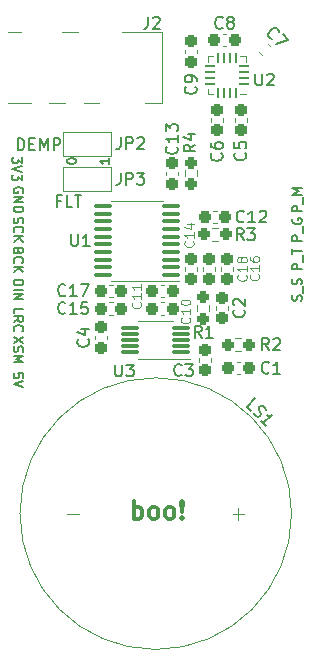
<source format=gto>
%TF.GenerationSoftware,KiCad,Pcbnew,7.0.5*%
%TF.CreationDate,2025-04-07T23:35:03+08:00*%
%TF.ProjectId,audio-test-board,61756469-6f2d-4746-9573-742d626f6172,rev?*%
%TF.SameCoordinates,Original*%
%TF.FileFunction,Legend,Top*%
%TF.FilePolarity,Positive*%
%FSLAX46Y46*%
G04 Gerber Fmt 4.6, Leading zero omitted, Abs format (unit mm)*
G04 Created by KiCad (PCBNEW 7.0.5) date 2025-04-07 23:35:03*
%MOMM*%
%LPD*%
G01*
G04 APERTURE LIST*
G04 Aperture macros list*
%AMRoundRect*
0 Rectangle with rounded corners*
0 $1 Rounding radius*
0 $2 $3 $4 $5 $6 $7 $8 $9 X,Y pos of 4 corners*
0 Add a 4 corners polygon primitive as box body*
4,1,4,$2,$3,$4,$5,$6,$7,$8,$9,$2,$3,0*
0 Add four circle primitives for the rounded corners*
1,1,$1+$1,$2,$3*
1,1,$1+$1,$4,$5*
1,1,$1+$1,$6,$7*
1,1,$1+$1,$8,$9*
0 Add four rect primitives between the rounded corners*
20,1,$1+$1,$2,$3,$4,$5,0*
20,1,$1+$1,$4,$5,$6,$7,0*
20,1,$1+$1,$6,$7,$8,$9,0*
20,1,$1+$1,$8,$9,$2,$3,0*%
G04 Aperture macros list end*
%ADD10C,0.300000*%
%ADD11C,0.150000*%
%ADD12C,0.125000*%
%ADD13C,0.120000*%
%ADD14RoundRect,0.237500X-0.237500X0.300000X-0.237500X-0.300000X0.237500X-0.300000X0.237500X0.300000X0*%
%ADD15R,1.000000X1.500000*%
%ADD16RoundRect,0.237500X0.237500X-0.300000X0.237500X0.300000X-0.237500X0.300000X-0.237500X-0.300000X0*%
%ADD17RoundRect,0.237500X-0.250000X-0.237500X0.250000X-0.237500X0.250000X0.237500X-0.250000X0.237500X0*%
%ADD18RoundRect,0.237500X-0.300000X-0.237500X0.300000X-0.237500X0.300000X0.237500X-0.300000X0.237500X0*%
%ADD19RoundRect,0.237500X0.250000X0.237500X-0.250000X0.237500X-0.250000X-0.237500X0.250000X-0.237500X0*%
%ADD20R,1.200000X2.300000*%
%ADD21RoundRect,0.237500X0.300000X0.237500X-0.300000X0.237500X-0.300000X-0.237500X0.300000X-0.237500X0*%
%ADD22RoundRect,0.237500X-0.237500X0.250000X-0.237500X-0.250000X0.237500X-0.250000X0.237500X0.250000X0*%
%ADD23RoundRect,0.237500X-0.380070X0.044194X0.044194X-0.380070X0.380070X-0.044194X-0.044194X0.380070X0*%
%ADD24RoundRect,0.062500X0.350000X0.062500X-0.350000X0.062500X-0.350000X-0.062500X0.350000X-0.062500X0*%
%ADD25RoundRect,0.062500X0.062500X0.350000X-0.062500X0.350000X-0.062500X-0.350000X0.062500X-0.350000X0*%
%ADD26R,1.680000X1.680000*%
%ADD27RoundRect,0.100000X0.637500X0.100000X-0.637500X0.100000X-0.637500X-0.100000X0.637500X-0.100000X0*%
%ADD28C,2.000000*%
%ADD29RoundRect,0.075000X0.650000X0.075000X-0.650000X0.075000X-0.650000X-0.075000X0.650000X-0.075000X0*%
%ADD30R,1.570000X1.880000*%
%ADD31R,1.700000X1.700000*%
%ADD32O,1.700000X1.700000*%
G04 APERTURE END LIST*
D10*
X169586310Y-139645428D02*
X169586310Y-138145428D01*
X169586310Y-138716857D02*
X169729168Y-138645428D01*
X169729168Y-138645428D02*
X170014882Y-138645428D01*
X170014882Y-138645428D02*
X170157739Y-138716857D01*
X170157739Y-138716857D02*
X170229168Y-138788285D01*
X170229168Y-138788285D02*
X170300596Y-138931142D01*
X170300596Y-138931142D02*
X170300596Y-139359714D01*
X170300596Y-139359714D02*
X170229168Y-139502571D01*
X170229168Y-139502571D02*
X170157739Y-139574000D01*
X170157739Y-139574000D02*
X170014882Y-139645428D01*
X170014882Y-139645428D02*
X169729168Y-139645428D01*
X169729168Y-139645428D02*
X169586310Y-139574000D01*
X171157739Y-139645428D02*
X171014882Y-139574000D01*
X171014882Y-139574000D02*
X170943453Y-139502571D01*
X170943453Y-139502571D02*
X170872025Y-139359714D01*
X170872025Y-139359714D02*
X170872025Y-138931142D01*
X170872025Y-138931142D02*
X170943453Y-138788285D01*
X170943453Y-138788285D02*
X171014882Y-138716857D01*
X171014882Y-138716857D02*
X171157739Y-138645428D01*
X171157739Y-138645428D02*
X171372025Y-138645428D01*
X171372025Y-138645428D02*
X171514882Y-138716857D01*
X171514882Y-138716857D02*
X171586311Y-138788285D01*
X171586311Y-138788285D02*
X171657739Y-138931142D01*
X171657739Y-138931142D02*
X171657739Y-139359714D01*
X171657739Y-139359714D02*
X171586311Y-139502571D01*
X171586311Y-139502571D02*
X171514882Y-139574000D01*
X171514882Y-139574000D02*
X171372025Y-139645428D01*
X171372025Y-139645428D02*
X171157739Y-139645428D01*
X172514882Y-139645428D02*
X172372025Y-139574000D01*
X172372025Y-139574000D02*
X172300596Y-139502571D01*
X172300596Y-139502571D02*
X172229168Y-139359714D01*
X172229168Y-139359714D02*
X172229168Y-138931142D01*
X172229168Y-138931142D02*
X172300596Y-138788285D01*
X172300596Y-138788285D02*
X172372025Y-138716857D01*
X172372025Y-138716857D02*
X172514882Y-138645428D01*
X172514882Y-138645428D02*
X172729168Y-138645428D01*
X172729168Y-138645428D02*
X172872025Y-138716857D01*
X172872025Y-138716857D02*
X172943454Y-138788285D01*
X172943454Y-138788285D02*
X173014882Y-138931142D01*
X173014882Y-138931142D02*
X173014882Y-139359714D01*
X173014882Y-139359714D02*
X172943454Y-139502571D01*
X172943454Y-139502571D02*
X172872025Y-139574000D01*
X172872025Y-139574000D02*
X172729168Y-139645428D01*
X172729168Y-139645428D02*
X172514882Y-139645428D01*
X173657739Y-139502571D02*
X173729168Y-139574000D01*
X173729168Y-139574000D02*
X173657739Y-139645428D01*
X173657739Y-139645428D02*
X173586311Y-139574000D01*
X173586311Y-139574000D02*
X173657739Y-139502571D01*
X173657739Y-139502571D02*
X173657739Y-139645428D01*
X173657739Y-139074000D02*
X173586311Y-138216857D01*
X173586311Y-138216857D02*
X173657739Y-138145428D01*
X173657739Y-138145428D02*
X173729168Y-138216857D01*
X173729168Y-138216857D02*
X173657739Y-139074000D01*
X173657739Y-139074000D02*
X173657739Y-138145428D01*
D11*
X163376912Y-112731609D02*
X163043579Y-112731609D01*
X163043579Y-113255419D02*
X163043579Y-112255419D01*
X163043579Y-112255419D02*
X163519769Y-112255419D01*
X164376912Y-113255419D02*
X163900722Y-113255419D01*
X163900722Y-113255419D02*
X163900722Y-112255419D01*
X164567389Y-112255419D02*
X165138817Y-112255419D01*
X164853103Y-113255419D02*
X164853103Y-112255419D01*
X159741579Y-108429419D02*
X159741579Y-107429419D01*
X159741579Y-107429419D02*
X159979674Y-107429419D01*
X159979674Y-107429419D02*
X160122531Y-107477038D01*
X160122531Y-107477038D02*
X160217769Y-107572276D01*
X160217769Y-107572276D02*
X160265388Y-107667514D01*
X160265388Y-107667514D02*
X160313007Y-107857990D01*
X160313007Y-107857990D02*
X160313007Y-108000847D01*
X160313007Y-108000847D02*
X160265388Y-108191323D01*
X160265388Y-108191323D02*
X160217769Y-108286561D01*
X160217769Y-108286561D02*
X160122531Y-108381800D01*
X160122531Y-108381800D02*
X159979674Y-108429419D01*
X159979674Y-108429419D02*
X159741579Y-108429419D01*
X160741579Y-107905609D02*
X161074912Y-107905609D01*
X161217769Y-108429419D02*
X160741579Y-108429419D01*
X160741579Y-108429419D02*
X160741579Y-107429419D01*
X160741579Y-107429419D02*
X161217769Y-107429419D01*
X161646341Y-108429419D02*
X161646341Y-107429419D01*
X161646341Y-107429419D02*
X161979674Y-108143704D01*
X161979674Y-108143704D02*
X162313007Y-107429419D01*
X162313007Y-107429419D02*
X162313007Y-108429419D01*
X162789198Y-108429419D02*
X162789198Y-107429419D01*
X162789198Y-107429419D02*
X163170150Y-107429419D01*
X163170150Y-107429419D02*
X163265388Y-107477038D01*
X163265388Y-107477038D02*
X163313007Y-107524657D01*
X163313007Y-107524657D02*
X163360626Y-107619895D01*
X163360626Y-107619895D02*
X163360626Y-107762752D01*
X163360626Y-107762752D02*
X163313007Y-107857990D01*
X163313007Y-107857990D02*
X163265388Y-107905609D01*
X163265388Y-107905609D02*
X163170150Y-107953228D01*
X163170150Y-107953228D02*
X162789198Y-107953228D01*
X159392504Y-122231219D02*
X159392504Y-121850267D01*
X159392504Y-121850267D02*
X160192504Y-121850267D01*
X159392504Y-122955029D02*
X159773457Y-122688362D01*
X159392504Y-122497886D02*
X160192504Y-122497886D01*
X160192504Y-122497886D02*
X160192504Y-122802648D01*
X160192504Y-122802648D02*
X160154409Y-122878838D01*
X160154409Y-122878838D02*
X160116314Y-122916933D01*
X160116314Y-122916933D02*
X160040123Y-122955029D01*
X160040123Y-122955029D02*
X159925838Y-122955029D01*
X159925838Y-122955029D02*
X159849647Y-122916933D01*
X159849647Y-122916933D02*
X159811552Y-122878838D01*
X159811552Y-122878838D02*
X159773457Y-122802648D01*
X159773457Y-122802648D02*
X159773457Y-122497886D01*
X159468695Y-123755029D02*
X159430600Y-123716933D01*
X159430600Y-123716933D02*
X159392504Y-123602648D01*
X159392504Y-123602648D02*
X159392504Y-123526457D01*
X159392504Y-123526457D02*
X159430600Y-123412171D01*
X159430600Y-123412171D02*
X159506790Y-123335981D01*
X159506790Y-123335981D02*
X159582980Y-123297886D01*
X159582980Y-123297886D02*
X159735361Y-123259790D01*
X159735361Y-123259790D02*
X159849647Y-123259790D01*
X159849647Y-123259790D02*
X160002028Y-123297886D01*
X160002028Y-123297886D02*
X160078219Y-123335981D01*
X160078219Y-123335981D02*
X160154409Y-123412171D01*
X160154409Y-123412171D02*
X160192504Y-123526457D01*
X160192504Y-123526457D02*
X160192504Y-123602648D01*
X160192504Y-123602648D02*
X160154409Y-123716933D01*
X160154409Y-123716933D02*
X160116314Y-123755029D01*
X183801095Y-116077885D02*
X183001095Y-116077885D01*
X183001095Y-116077885D02*
X183001095Y-115773123D01*
X183001095Y-115773123D02*
X183039190Y-115696933D01*
X183039190Y-115696933D02*
X183077285Y-115658838D01*
X183077285Y-115658838D02*
X183153476Y-115620742D01*
X183153476Y-115620742D02*
X183267761Y-115620742D01*
X183267761Y-115620742D02*
X183343952Y-115658838D01*
X183343952Y-115658838D02*
X183382047Y-115696933D01*
X183382047Y-115696933D02*
X183420142Y-115773123D01*
X183420142Y-115773123D02*
X183420142Y-116077885D01*
X183877285Y-115468362D02*
X183877285Y-114858838D01*
X183039190Y-114249314D02*
X183001095Y-114325504D01*
X183001095Y-114325504D02*
X183001095Y-114439790D01*
X183001095Y-114439790D02*
X183039190Y-114554076D01*
X183039190Y-114554076D02*
X183115380Y-114630266D01*
X183115380Y-114630266D02*
X183191571Y-114668361D01*
X183191571Y-114668361D02*
X183343952Y-114706457D01*
X183343952Y-114706457D02*
X183458238Y-114706457D01*
X183458238Y-114706457D02*
X183610619Y-114668361D01*
X183610619Y-114668361D02*
X183686809Y-114630266D01*
X183686809Y-114630266D02*
X183763000Y-114554076D01*
X183763000Y-114554076D02*
X183801095Y-114439790D01*
X183801095Y-114439790D02*
X183801095Y-114363599D01*
X183801095Y-114363599D02*
X183763000Y-114249314D01*
X183763000Y-114249314D02*
X183724904Y-114211218D01*
X183724904Y-114211218D02*
X183458238Y-114211218D01*
X183458238Y-114211218D02*
X183458238Y-114363599D01*
X159430600Y-114135028D02*
X159392504Y-114249314D01*
X159392504Y-114249314D02*
X159392504Y-114439790D01*
X159392504Y-114439790D02*
X159430600Y-114515981D01*
X159430600Y-114515981D02*
X159468695Y-114554076D01*
X159468695Y-114554076D02*
X159544885Y-114592171D01*
X159544885Y-114592171D02*
X159621076Y-114592171D01*
X159621076Y-114592171D02*
X159697266Y-114554076D01*
X159697266Y-114554076D02*
X159735361Y-114515981D01*
X159735361Y-114515981D02*
X159773457Y-114439790D01*
X159773457Y-114439790D02*
X159811552Y-114287409D01*
X159811552Y-114287409D02*
X159849647Y-114211219D01*
X159849647Y-114211219D02*
X159887742Y-114173124D01*
X159887742Y-114173124D02*
X159963933Y-114135028D01*
X159963933Y-114135028D02*
X160040123Y-114135028D01*
X160040123Y-114135028D02*
X160116314Y-114173124D01*
X160116314Y-114173124D02*
X160154409Y-114211219D01*
X160154409Y-114211219D02*
X160192504Y-114287409D01*
X160192504Y-114287409D02*
X160192504Y-114477886D01*
X160192504Y-114477886D02*
X160154409Y-114592171D01*
X159468695Y-115392172D02*
X159430600Y-115354076D01*
X159430600Y-115354076D02*
X159392504Y-115239791D01*
X159392504Y-115239791D02*
X159392504Y-115163600D01*
X159392504Y-115163600D02*
X159430600Y-115049314D01*
X159430600Y-115049314D02*
X159506790Y-114973124D01*
X159506790Y-114973124D02*
X159582980Y-114935029D01*
X159582980Y-114935029D02*
X159735361Y-114896933D01*
X159735361Y-114896933D02*
X159849647Y-114896933D01*
X159849647Y-114896933D02*
X160002028Y-114935029D01*
X160002028Y-114935029D02*
X160078219Y-114973124D01*
X160078219Y-114973124D02*
X160154409Y-115049314D01*
X160154409Y-115049314D02*
X160192504Y-115163600D01*
X160192504Y-115163600D02*
X160192504Y-115239791D01*
X160192504Y-115239791D02*
X160154409Y-115354076D01*
X160154409Y-115354076D02*
X160116314Y-115392172D01*
X159392504Y-115735029D02*
X160192504Y-115735029D01*
X159392504Y-116192172D02*
X159849647Y-115849314D01*
X160192504Y-116192172D02*
X159735361Y-115735029D01*
X183801095Y-113595028D02*
X183001095Y-113595028D01*
X183001095Y-113595028D02*
X183001095Y-113290266D01*
X183001095Y-113290266D02*
X183039190Y-113214076D01*
X183039190Y-113214076D02*
X183077285Y-113175981D01*
X183077285Y-113175981D02*
X183153476Y-113137885D01*
X183153476Y-113137885D02*
X183267761Y-113137885D01*
X183267761Y-113137885D02*
X183343952Y-113175981D01*
X183343952Y-113175981D02*
X183382047Y-113214076D01*
X183382047Y-113214076D02*
X183420142Y-113290266D01*
X183420142Y-113290266D02*
X183420142Y-113595028D01*
X183877285Y-112985505D02*
X183877285Y-112375981D01*
X183801095Y-112185504D02*
X183001095Y-112185504D01*
X183001095Y-112185504D02*
X183572523Y-111918838D01*
X183572523Y-111918838D02*
X183001095Y-111652171D01*
X183001095Y-111652171D02*
X183801095Y-111652171D01*
X160192504Y-127711219D02*
X160192504Y-127330267D01*
X160192504Y-127330267D02*
X159811552Y-127292171D01*
X159811552Y-127292171D02*
X159849647Y-127330267D01*
X159849647Y-127330267D02*
X159887742Y-127406457D01*
X159887742Y-127406457D02*
X159887742Y-127596933D01*
X159887742Y-127596933D02*
X159849647Y-127673124D01*
X159849647Y-127673124D02*
X159811552Y-127711219D01*
X159811552Y-127711219D02*
X159735361Y-127749314D01*
X159735361Y-127749314D02*
X159544885Y-127749314D01*
X159544885Y-127749314D02*
X159468695Y-127711219D01*
X159468695Y-127711219D02*
X159430600Y-127673124D01*
X159430600Y-127673124D02*
X159392504Y-127596933D01*
X159392504Y-127596933D02*
X159392504Y-127406457D01*
X159392504Y-127406457D02*
X159430600Y-127330267D01*
X159430600Y-127330267D02*
X159468695Y-127292171D01*
X160192504Y-127977886D02*
X159392504Y-128244553D01*
X159392504Y-128244553D02*
X160192504Y-128511219D01*
X183763000Y-121157886D02*
X183801095Y-121043600D01*
X183801095Y-121043600D02*
X183801095Y-120853124D01*
X183801095Y-120853124D02*
X183763000Y-120776933D01*
X183763000Y-120776933D02*
X183724904Y-120738838D01*
X183724904Y-120738838D02*
X183648714Y-120700743D01*
X183648714Y-120700743D02*
X183572523Y-120700743D01*
X183572523Y-120700743D02*
X183496333Y-120738838D01*
X183496333Y-120738838D02*
X183458238Y-120776933D01*
X183458238Y-120776933D02*
X183420142Y-120853124D01*
X183420142Y-120853124D02*
X183382047Y-121005505D01*
X183382047Y-121005505D02*
X183343952Y-121081695D01*
X183343952Y-121081695D02*
X183305857Y-121119790D01*
X183305857Y-121119790D02*
X183229666Y-121157886D01*
X183229666Y-121157886D02*
X183153476Y-121157886D01*
X183153476Y-121157886D02*
X183077285Y-121119790D01*
X183077285Y-121119790D02*
X183039190Y-121081695D01*
X183039190Y-121081695D02*
X183001095Y-121005505D01*
X183001095Y-121005505D02*
X183001095Y-120815028D01*
X183001095Y-120815028D02*
X183039190Y-120700743D01*
X183877285Y-120548362D02*
X183877285Y-119938838D01*
X183763000Y-119786457D02*
X183801095Y-119672171D01*
X183801095Y-119672171D02*
X183801095Y-119481695D01*
X183801095Y-119481695D02*
X183763000Y-119405504D01*
X183763000Y-119405504D02*
X183724904Y-119367409D01*
X183724904Y-119367409D02*
X183648714Y-119329314D01*
X183648714Y-119329314D02*
X183572523Y-119329314D01*
X183572523Y-119329314D02*
X183496333Y-119367409D01*
X183496333Y-119367409D02*
X183458238Y-119405504D01*
X183458238Y-119405504D02*
X183420142Y-119481695D01*
X183420142Y-119481695D02*
X183382047Y-119634076D01*
X183382047Y-119634076D02*
X183343952Y-119710266D01*
X183343952Y-119710266D02*
X183305857Y-119748361D01*
X183305857Y-119748361D02*
X183229666Y-119786457D01*
X183229666Y-119786457D02*
X183153476Y-119786457D01*
X183153476Y-119786457D02*
X183077285Y-119748361D01*
X183077285Y-119748361D02*
X183039190Y-119710266D01*
X183039190Y-119710266D02*
X183001095Y-119634076D01*
X183001095Y-119634076D02*
X183001095Y-119443599D01*
X183001095Y-119443599D02*
X183039190Y-119329314D01*
X163899095Y-109371694D02*
X163899095Y-109295504D01*
X163899095Y-109295504D02*
X163937190Y-109219313D01*
X163937190Y-109219313D02*
X163975285Y-109181218D01*
X163975285Y-109181218D02*
X164051476Y-109143123D01*
X164051476Y-109143123D02*
X164203857Y-109105028D01*
X164203857Y-109105028D02*
X164394333Y-109105028D01*
X164394333Y-109105028D02*
X164546714Y-109143123D01*
X164546714Y-109143123D02*
X164622904Y-109181218D01*
X164622904Y-109181218D02*
X164661000Y-109219313D01*
X164661000Y-109219313D02*
X164699095Y-109295504D01*
X164699095Y-109295504D02*
X164699095Y-109371694D01*
X164699095Y-109371694D02*
X164661000Y-109447885D01*
X164661000Y-109447885D02*
X164622904Y-109485980D01*
X164622904Y-109485980D02*
X164546714Y-109524075D01*
X164546714Y-109524075D02*
X164394333Y-109562171D01*
X164394333Y-109562171D02*
X164203857Y-109562171D01*
X164203857Y-109562171D02*
X164051476Y-109524075D01*
X164051476Y-109524075D02*
X163975285Y-109485980D01*
X163975285Y-109485980D02*
X163937190Y-109447885D01*
X163937190Y-109447885D02*
X163899095Y-109371694D01*
X159811552Y-116960742D02*
X159773457Y-117075028D01*
X159773457Y-117075028D02*
X159735361Y-117113123D01*
X159735361Y-117113123D02*
X159659171Y-117151219D01*
X159659171Y-117151219D02*
X159544885Y-117151219D01*
X159544885Y-117151219D02*
X159468695Y-117113123D01*
X159468695Y-117113123D02*
X159430600Y-117075028D01*
X159430600Y-117075028D02*
X159392504Y-116998838D01*
X159392504Y-116998838D02*
X159392504Y-116694076D01*
X159392504Y-116694076D02*
X160192504Y-116694076D01*
X160192504Y-116694076D02*
X160192504Y-116960742D01*
X160192504Y-116960742D02*
X160154409Y-117036933D01*
X160154409Y-117036933D02*
X160116314Y-117075028D01*
X160116314Y-117075028D02*
X160040123Y-117113123D01*
X160040123Y-117113123D02*
X159963933Y-117113123D01*
X159963933Y-117113123D02*
X159887742Y-117075028D01*
X159887742Y-117075028D02*
X159849647Y-117036933D01*
X159849647Y-117036933D02*
X159811552Y-116960742D01*
X159811552Y-116960742D02*
X159811552Y-116694076D01*
X159468695Y-117951219D02*
X159430600Y-117913123D01*
X159430600Y-117913123D02*
X159392504Y-117798838D01*
X159392504Y-117798838D02*
X159392504Y-117722647D01*
X159392504Y-117722647D02*
X159430600Y-117608361D01*
X159430600Y-117608361D02*
X159506790Y-117532171D01*
X159506790Y-117532171D02*
X159582980Y-117494076D01*
X159582980Y-117494076D02*
X159735361Y-117455980D01*
X159735361Y-117455980D02*
X159849647Y-117455980D01*
X159849647Y-117455980D02*
X160002028Y-117494076D01*
X160002028Y-117494076D02*
X160078219Y-117532171D01*
X160078219Y-117532171D02*
X160154409Y-117608361D01*
X160154409Y-117608361D02*
X160192504Y-117722647D01*
X160192504Y-117722647D02*
X160192504Y-117798838D01*
X160192504Y-117798838D02*
X160154409Y-117913123D01*
X160154409Y-117913123D02*
X160116314Y-117951219D01*
X159392504Y-118294076D02*
X160192504Y-118294076D01*
X159392504Y-118751219D02*
X159849647Y-118408361D01*
X160192504Y-118751219D02*
X159735361Y-118294076D01*
X160192504Y-124218837D02*
X159392504Y-124752171D01*
X160192504Y-124752171D02*
X159392504Y-124218837D01*
X159430600Y-125018837D02*
X159392504Y-125133123D01*
X159392504Y-125133123D02*
X159392504Y-125323599D01*
X159392504Y-125323599D02*
X159430600Y-125399790D01*
X159430600Y-125399790D02*
X159468695Y-125437885D01*
X159468695Y-125437885D02*
X159544885Y-125475980D01*
X159544885Y-125475980D02*
X159621076Y-125475980D01*
X159621076Y-125475980D02*
X159697266Y-125437885D01*
X159697266Y-125437885D02*
X159735361Y-125399790D01*
X159735361Y-125399790D02*
X159773457Y-125323599D01*
X159773457Y-125323599D02*
X159811552Y-125171218D01*
X159811552Y-125171218D02*
X159849647Y-125095028D01*
X159849647Y-125095028D02*
X159887742Y-125056933D01*
X159887742Y-125056933D02*
X159963933Y-125018837D01*
X159963933Y-125018837D02*
X160040123Y-125018837D01*
X160040123Y-125018837D02*
X160116314Y-125056933D01*
X160116314Y-125056933D02*
X160154409Y-125095028D01*
X160154409Y-125095028D02*
X160192504Y-125171218D01*
X160192504Y-125171218D02*
X160192504Y-125361695D01*
X160192504Y-125361695D02*
X160154409Y-125475980D01*
X159392504Y-125818838D02*
X160192504Y-125818838D01*
X160192504Y-125818838D02*
X159621076Y-126085504D01*
X159621076Y-126085504D02*
X160192504Y-126352171D01*
X160192504Y-126352171D02*
X159392504Y-126352171D01*
X160092504Y-109043123D02*
X160092504Y-109538361D01*
X160092504Y-109538361D02*
X159787742Y-109271695D01*
X159787742Y-109271695D02*
X159787742Y-109385980D01*
X159787742Y-109385980D02*
X159749647Y-109462171D01*
X159749647Y-109462171D02*
X159711552Y-109500266D01*
X159711552Y-109500266D02*
X159635361Y-109538361D01*
X159635361Y-109538361D02*
X159444885Y-109538361D01*
X159444885Y-109538361D02*
X159368695Y-109500266D01*
X159368695Y-109500266D02*
X159330600Y-109462171D01*
X159330600Y-109462171D02*
X159292504Y-109385980D01*
X159292504Y-109385980D02*
X159292504Y-109157409D01*
X159292504Y-109157409D02*
X159330600Y-109081218D01*
X159330600Y-109081218D02*
X159368695Y-109043123D01*
X160092504Y-109766933D02*
X159292504Y-110033600D01*
X159292504Y-110033600D02*
X160092504Y-110300266D01*
X160092504Y-110490742D02*
X160092504Y-110985980D01*
X160092504Y-110985980D02*
X159787742Y-110719314D01*
X159787742Y-110719314D02*
X159787742Y-110833599D01*
X159787742Y-110833599D02*
X159749647Y-110909790D01*
X159749647Y-110909790D02*
X159711552Y-110947885D01*
X159711552Y-110947885D02*
X159635361Y-110985980D01*
X159635361Y-110985980D02*
X159444885Y-110985980D01*
X159444885Y-110985980D02*
X159368695Y-110947885D01*
X159368695Y-110947885D02*
X159330600Y-110909790D01*
X159330600Y-110909790D02*
X159292504Y-110833599D01*
X159292504Y-110833599D02*
X159292504Y-110605028D01*
X159292504Y-110605028D02*
X159330600Y-110528837D01*
X159330600Y-110528837D02*
X159368695Y-110490742D01*
X160154409Y-112014076D02*
X160192504Y-111937886D01*
X160192504Y-111937886D02*
X160192504Y-111823600D01*
X160192504Y-111823600D02*
X160154409Y-111709314D01*
X160154409Y-111709314D02*
X160078219Y-111633124D01*
X160078219Y-111633124D02*
X160002028Y-111595029D01*
X160002028Y-111595029D02*
X159849647Y-111556933D01*
X159849647Y-111556933D02*
X159735361Y-111556933D01*
X159735361Y-111556933D02*
X159582980Y-111595029D01*
X159582980Y-111595029D02*
X159506790Y-111633124D01*
X159506790Y-111633124D02*
X159430600Y-111709314D01*
X159430600Y-111709314D02*
X159392504Y-111823600D01*
X159392504Y-111823600D02*
X159392504Y-111899791D01*
X159392504Y-111899791D02*
X159430600Y-112014076D01*
X159430600Y-112014076D02*
X159468695Y-112052172D01*
X159468695Y-112052172D02*
X159735361Y-112052172D01*
X159735361Y-112052172D02*
X159735361Y-111899791D01*
X159392504Y-112395029D02*
X160192504Y-112395029D01*
X160192504Y-112395029D02*
X159392504Y-112852172D01*
X159392504Y-112852172D02*
X160192504Y-112852172D01*
X159392504Y-113233124D02*
X160192504Y-113233124D01*
X160192504Y-113233124D02*
X160192504Y-113423600D01*
X160192504Y-113423600D02*
X160154409Y-113537886D01*
X160154409Y-113537886D02*
X160078219Y-113614076D01*
X160078219Y-113614076D02*
X160002028Y-113652171D01*
X160002028Y-113652171D02*
X159849647Y-113690267D01*
X159849647Y-113690267D02*
X159735361Y-113690267D01*
X159735361Y-113690267D02*
X159582980Y-113652171D01*
X159582980Y-113652171D02*
X159506790Y-113614076D01*
X159506790Y-113614076D02*
X159430600Y-113537886D01*
X159430600Y-113537886D02*
X159392504Y-113423600D01*
X159392504Y-113423600D02*
X159392504Y-113233124D01*
X159392504Y-119424553D02*
X160192504Y-119424553D01*
X160192504Y-119424553D02*
X160192504Y-119615029D01*
X160192504Y-119615029D02*
X160154409Y-119729315D01*
X160154409Y-119729315D02*
X160078219Y-119805505D01*
X160078219Y-119805505D02*
X160002028Y-119843600D01*
X160002028Y-119843600D02*
X159849647Y-119881696D01*
X159849647Y-119881696D02*
X159735361Y-119881696D01*
X159735361Y-119881696D02*
X159582980Y-119843600D01*
X159582980Y-119843600D02*
X159506790Y-119805505D01*
X159506790Y-119805505D02*
X159430600Y-119729315D01*
X159430600Y-119729315D02*
X159392504Y-119615029D01*
X159392504Y-119615029D02*
X159392504Y-119424553D01*
X159392504Y-120224553D02*
X160192504Y-120224553D01*
X159392504Y-120605505D02*
X160192504Y-120605505D01*
X160192504Y-120605505D02*
X159392504Y-121062648D01*
X159392504Y-121062648D02*
X160192504Y-121062648D01*
X183801095Y-118522647D02*
X183001095Y-118522647D01*
X183001095Y-118522647D02*
X183001095Y-118217885D01*
X183001095Y-118217885D02*
X183039190Y-118141695D01*
X183039190Y-118141695D02*
X183077285Y-118103600D01*
X183077285Y-118103600D02*
X183153476Y-118065504D01*
X183153476Y-118065504D02*
X183267761Y-118065504D01*
X183267761Y-118065504D02*
X183343952Y-118103600D01*
X183343952Y-118103600D02*
X183382047Y-118141695D01*
X183382047Y-118141695D02*
X183420142Y-118217885D01*
X183420142Y-118217885D02*
X183420142Y-118522647D01*
X183877285Y-117913124D02*
X183877285Y-117303600D01*
X183001095Y-117227409D02*
X183001095Y-116770266D01*
X183801095Y-116998838D02*
X183001095Y-116998838D01*
%TO.C,C3*%
X173620133Y-127443180D02*
X173572514Y-127490800D01*
X173572514Y-127490800D02*
X173429657Y-127538419D01*
X173429657Y-127538419D02*
X173334419Y-127538419D01*
X173334419Y-127538419D02*
X173191562Y-127490800D01*
X173191562Y-127490800D02*
X173096324Y-127395561D01*
X173096324Y-127395561D02*
X173048705Y-127300323D01*
X173048705Y-127300323D02*
X173001086Y-127109847D01*
X173001086Y-127109847D02*
X173001086Y-126966990D01*
X173001086Y-126966990D02*
X173048705Y-126776514D01*
X173048705Y-126776514D02*
X173096324Y-126681276D01*
X173096324Y-126681276D02*
X173191562Y-126586038D01*
X173191562Y-126586038D02*
X173334419Y-126538419D01*
X173334419Y-126538419D02*
X173429657Y-126538419D01*
X173429657Y-126538419D02*
X173572514Y-126586038D01*
X173572514Y-126586038D02*
X173620133Y-126633657D01*
X173953467Y-126538419D02*
X174572514Y-126538419D01*
X174572514Y-126538419D02*
X174239181Y-126919371D01*
X174239181Y-126919371D02*
X174382038Y-126919371D01*
X174382038Y-126919371D02*
X174477276Y-126966990D01*
X174477276Y-126966990D02*
X174524895Y-127014609D01*
X174524895Y-127014609D02*
X174572514Y-127109847D01*
X174572514Y-127109847D02*
X174572514Y-127347942D01*
X174572514Y-127347942D02*
X174524895Y-127443180D01*
X174524895Y-127443180D02*
X174477276Y-127490800D01*
X174477276Y-127490800D02*
X174382038Y-127538419D01*
X174382038Y-127538419D02*
X174096324Y-127538419D01*
X174096324Y-127538419D02*
X174001086Y-127490800D01*
X174001086Y-127490800D02*
X173953467Y-127443180D01*
%TO.C,JP2*%
X168453466Y-107338419D02*
X168453466Y-108052704D01*
X168453466Y-108052704D02*
X168405847Y-108195561D01*
X168405847Y-108195561D02*
X168310609Y-108290800D01*
X168310609Y-108290800D02*
X168167752Y-108338419D01*
X168167752Y-108338419D02*
X168072514Y-108338419D01*
X168929657Y-108338419D02*
X168929657Y-107338419D01*
X168929657Y-107338419D02*
X169310609Y-107338419D01*
X169310609Y-107338419D02*
X169405847Y-107386038D01*
X169405847Y-107386038D02*
X169453466Y-107433657D01*
X169453466Y-107433657D02*
X169501085Y-107528895D01*
X169501085Y-107528895D02*
X169501085Y-107671752D01*
X169501085Y-107671752D02*
X169453466Y-107766990D01*
X169453466Y-107766990D02*
X169405847Y-107814609D01*
X169405847Y-107814609D02*
X169310609Y-107862228D01*
X169310609Y-107862228D02*
X168929657Y-107862228D01*
X169882038Y-107433657D02*
X169929657Y-107386038D01*
X169929657Y-107386038D02*
X170024895Y-107338419D01*
X170024895Y-107338419D02*
X170262990Y-107338419D01*
X170262990Y-107338419D02*
X170358228Y-107386038D01*
X170358228Y-107386038D02*
X170405847Y-107433657D01*
X170405847Y-107433657D02*
X170453466Y-107528895D01*
X170453466Y-107528895D02*
X170453466Y-107624133D01*
X170453466Y-107624133D02*
X170405847Y-107766990D01*
X170405847Y-107766990D02*
X169834419Y-108338419D01*
X169834419Y-108338419D02*
X170453466Y-108338419D01*
X167499095Y-109105028D02*
X167499095Y-109562171D01*
X167499095Y-109333599D02*
X166699095Y-109333599D01*
X166699095Y-109333599D02*
X166813380Y-109409790D01*
X166813380Y-109409790D02*
X166889571Y-109485980D01*
X166889571Y-109485980D02*
X166927666Y-109562171D01*
%TO.C,C6*%
X176996380Y-108700266D02*
X177044000Y-108747885D01*
X177044000Y-108747885D02*
X177091619Y-108890742D01*
X177091619Y-108890742D02*
X177091619Y-108985980D01*
X177091619Y-108985980D02*
X177044000Y-109128837D01*
X177044000Y-109128837D02*
X176948761Y-109224075D01*
X176948761Y-109224075D02*
X176853523Y-109271694D01*
X176853523Y-109271694D02*
X176663047Y-109319313D01*
X176663047Y-109319313D02*
X176520190Y-109319313D01*
X176520190Y-109319313D02*
X176329714Y-109271694D01*
X176329714Y-109271694D02*
X176234476Y-109224075D01*
X176234476Y-109224075D02*
X176139238Y-109128837D01*
X176139238Y-109128837D02*
X176091619Y-108985980D01*
X176091619Y-108985980D02*
X176091619Y-108890742D01*
X176091619Y-108890742D02*
X176139238Y-108747885D01*
X176139238Y-108747885D02*
X176186857Y-108700266D01*
X176091619Y-107843123D02*
X176091619Y-108033599D01*
X176091619Y-108033599D02*
X176139238Y-108128837D01*
X176139238Y-108128837D02*
X176186857Y-108176456D01*
X176186857Y-108176456D02*
X176329714Y-108271694D01*
X176329714Y-108271694D02*
X176520190Y-108319313D01*
X176520190Y-108319313D02*
X176901142Y-108319313D01*
X176901142Y-108319313D02*
X176996380Y-108271694D01*
X176996380Y-108271694D02*
X177044000Y-108224075D01*
X177044000Y-108224075D02*
X177091619Y-108128837D01*
X177091619Y-108128837D02*
X177091619Y-107938361D01*
X177091619Y-107938361D02*
X177044000Y-107843123D01*
X177044000Y-107843123D02*
X176996380Y-107795504D01*
X176996380Y-107795504D02*
X176901142Y-107747885D01*
X176901142Y-107747885D02*
X176663047Y-107747885D01*
X176663047Y-107747885D02*
X176567809Y-107795504D01*
X176567809Y-107795504D02*
X176520190Y-107843123D01*
X176520190Y-107843123D02*
X176472571Y-107938361D01*
X176472571Y-107938361D02*
X176472571Y-108128837D01*
X176472571Y-108128837D02*
X176520190Y-108224075D01*
X176520190Y-108224075D02*
X176567809Y-108271694D01*
X176567809Y-108271694D02*
X176663047Y-108319313D01*
%TO.C,R3*%
X178870133Y-116038419D02*
X178536800Y-115562228D01*
X178298705Y-116038419D02*
X178298705Y-115038419D01*
X178298705Y-115038419D02*
X178679657Y-115038419D01*
X178679657Y-115038419D02*
X178774895Y-115086038D01*
X178774895Y-115086038D02*
X178822514Y-115133657D01*
X178822514Y-115133657D02*
X178870133Y-115228895D01*
X178870133Y-115228895D02*
X178870133Y-115371752D01*
X178870133Y-115371752D02*
X178822514Y-115466990D01*
X178822514Y-115466990D02*
X178774895Y-115514609D01*
X178774895Y-115514609D02*
X178679657Y-115562228D01*
X178679657Y-115562228D02*
X178298705Y-115562228D01*
X179203467Y-115038419D02*
X179822514Y-115038419D01*
X179822514Y-115038419D02*
X179489181Y-115419371D01*
X179489181Y-115419371D02*
X179632038Y-115419371D01*
X179632038Y-115419371D02*
X179727276Y-115466990D01*
X179727276Y-115466990D02*
X179774895Y-115514609D01*
X179774895Y-115514609D02*
X179822514Y-115609847D01*
X179822514Y-115609847D02*
X179822514Y-115847942D01*
X179822514Y-115847942D02*
X179774895Y-115943180D01*
X179774895Y-115943180D02*
X179727276Y-115990800D01*
X179727276Y-115990800D02*
X179632038Y-116038419D01*
X179632038Y-116038419D02*
X179346324Y-116038419D01*
X179346324Y-116038419D02*
X179251086Y-115990800D01*
X179251086Y-115990800D02*
X179203467Y-115943180D01*
%TO.C,C17*%
X163793942Y-120693180D02*
X163746323Y-120740800D01*
X163746323Y-120740800D02*
X163603466Y-120788419D01*
X163603466Y-120788419D02*
X163508228Y-120788419D01*
X163508228Y-120788419D02*
X163365371Y-120740800D01*
X163365371Y-120740800D02*
X163270133Y-120645561D01*
X163270133Y-120645561D02*
X163222514Y-120550323D01*
X163222514Y-120550323D02*
X163174895Y-120359847D01*
X163174895Y-120359847D02*
X163174895Y-120216990D01*
X163174895Y-120216990D02*
X163222514Y-120026514D01*
X163222514Y-120026514D02*
X163270133Y-119931276D01*
X163270133Y-119931276D02*
X163365371Y-119836038D01*
X163365371Y-119836038D02*
X163508228Y-119788419D01*
X163508228Y-119788419D02*
X163603466Y-119788419D01*
X163603466Y-119788419D02*
X163746323Y-119836038D01*
X163746323Y-119836038D02*
X163793942Y-119883657D01*
X164746323Y-120788419D02*
X164174895Y-120788419D01*
X164460609Y-120788419D02*
X164460609Y-119788419D01*
X164460609Y-119788419D02*
X164365371Y-119931276D01*
X164365371Y-119931276D02*
X164270133Y-120026514D01*
X164270133Y-120026514D02*
X164174895Y-120074133D01*
X165079657Y-119788419D02*
X165746323Y-119788419D01*
X165746323Y-119788419D02*
X165317752Y-120788419D01*
%TO.C,R2*%
X181020133Y-125338419D02*
X180686800Y-124862228D01*
X180448705Y-125338419D02*
X180448705Y-124338419D01*
X180448705Y-124338419D02*
X180829657Y-124338419D01*
X180829657Y-124338419D02*
X180924895Y-124386038D01*
X180924895Y-124386038D02*
X180972514Y-124433657D01*
X180972514Y-124433657D02*
X181020133Y-124528895D01*
X181020133Y-124528895D02*
X181020133Y-124671752D01*
X181020133Y-124671752D02*
X180972514Y-124766990D01*
X180972514Y-124766990D02*
X180924895Y-124814609D01*
X180924895Y-124814609D02*
X180829657Y-124862228D01*
X180829657Y-124862228D02*
X180448705Y-124862228D01*
X181401086Y-124433657D02*
X181448705Y-124386038D01*
X181448705Y-124386038D02*
X181543943Y-124338419D01*
X181543943Y-124338419D02*
X181782038Y-124338419D01*
X181782038Y-124338419D02*
X181877276Y-124386038D01*
X181877276Y-124386038D02*
X181924895Y-124433657D01*
X181924895Y-124433657D02*
X181972514Y-124528895D01*
X181972514Y-124528895D02*
X181972514Y-124624133D01*
X181972514Y-124624133D02*
X181924895Y-124766990D01*
X181924895Y-124766990D02*
X181353467Y-125338419D01*
X181353467Y-125338419D02*
X181972514Y-125338419D01*
%TO.C,J2*%
X170781466Y-97138419D02*
X170781466Y-97852704D01*
X170781466Y-97852704D02*
X170733847Y-97995561D01*
X170733847Y-97995561D02*
X170638609Y-98090800D01*
X170638609Y-98090800D02*
X170495752Y-98138419D01*
X170495752Y-98138419D02*
X170400514Y-98138419D01*
X171210038Y-97233657D02*
X171257657Y-97186038D01*
X171257657Y-97186038D02*
X171352895Y-97138419D01*
X171352895Y-97138419D02*
X171590990Y-97138419D01*
X171590990Y-97138419D02*
X171686228Y-97186038D01*
X171686228Y-97186038D02*
X171733847Y-97233657D01*
X171733847Y-97233657D02*
X171781466Y-97328895D01*
X171781466Y-97328895D02*
X171781466Y-97424133D01*
X171781466Y-97424133D02*
X171733847Y-97566990D01*
X171733847Y-97566990D02*
X171162419Y-98138419D01*
X171162419Y-98138419D02*
X171781466Y-98138419D01*
%TO.C,C4*%
X165696380Y-124450266D02*
X165744000Y-124497885D01*
X165744000Y-124497885D02*
X165791619Y-124640742D01*
X165791619Y-124640742D02*
X165791619Y-124735980D01*
X165791619Y-124735980D02*
X165744000Y-124878837D01*
X165744000Y-124878837D02*
X165648761Y-124974075D01*
X165648761Y-124974075D02*
X165553523Y-125021694D01*
X165553523Y-125021694D02*
X165363047Y-125069313D01*
X165363047Y-125069313D02*
X165220190Y-125069313D01*
X165220190Y-125069313D02*
X165029714Y-125021694D01*
X165029714Y-125021694D02*
X164934476Y-124974075D01*
X164934476Y-124974075D02*
X164839238Y-124878837D01*
X164839238Y-124878837D02*
X164791619Y-124735980D01*
X164791619Y-124735980D02*
X164791619Y-124640742D01*
X164791619Y-124640742D02*
X164839238Y-124497885D01*
X164839238Y-124497885D02*
X164886857Y-124450266D01*
X165124952Y-123593123D02*
X165791619Y-123593123D01*
X164744000Y-123831218D02*
X165458285Y-124069313D01*
X165458285Y-124069313D02*
X165458285Y-123450266D01*
D12*
%TO.C,C18*%
X179074204Y-118997885D02*
X179112300Y-119035981D01*
X179112300Y-119035981D02*
X179150395Y-119150266D01*
X179150395Y-119150266D02*
X179150395Y-119226457D01*
X179150395Y-119226457D02*
X179112300Y-119340743D01*
X179112300Y-119340743D02*
X179036109Y-119416933D01*
X179036109Y-119416933D02*
X178959919Y-119455028D01*
X178959919Y-119455028D02*
X178807538Y-119493124D01*
X178807538Y-119493124D02*
X178693252Y-119493124D01*
X178693252Y-119493124D02*
X178540871Y-119455028D01*
X178540871Y-119455028D02*
X178464680Y-119416933D01*
X178464680Y-119416933D02*
X178388490Y-119340743D01*
X178388490Y-119340743D02*
X178350395Y-119226457D01*
X178350395Y-119226457D02*
X178350395Y-119150266D01*
X178350395Y-119150266D02*
X178388490Y-119035981D01*
X178388490Y-119035981D02*
X178426585Y-118997885D01*
X179150395Y-118235981D02*
X179150395Y-118693124D01*
X179150395Y-118464552D02*
X178350395Y-118464552D01*
X178350395Y-118464552D02*
X178464680Y-118540743D01*
X178464680Y-118540743D02*
X178540871Y-118616933D01*
X178540871Y-118616933D02*
X178578966Y-118693124D01*
X178693252Y-117778838D02*
X178655157Y-117855028D01*
X178655157Y-117855028D02*
X178617061Y-117893123D01*
X178617061Y-117893123D02*
X178540871Y-117931219D01*
X178540871Y-117931219D02*
X178502776Y-117931219D01*
X178502776Y-117931219D02*
X178426585Y-117893123D01*
X178426585Y-117893123D02*
X178388490Y-117855028D01*
X178388490Y-117855028D02*
X178350395Y-117778838D01*
X178350395Y-117778838D02*
X178350395Y-117626457D01*
X178350395Y-117626457D02*
X178388490Y-117550266D01*
X178388490Y-117550266D02*
X178426585Y-117512171D01*
X178426585Y-117512171D02*
X178502776Y-117474076D01*
X178502776Y-117474076D02*
X178540871Y-117474076D01*
X178540871Y-117474076D02*
X178617061Y-117512171D01*
X178617061Y-117512171D02*
X178655157Y-117550266D01*
X178655157Y-117550266D02*
X178693252Y-117626457D01*
X178693252Y-117626457D02*
X178693252Y-117778838D01*
X178693252Y-117778838D02*
X178731347Y-117855028D01*
X178731347Y-117855028D02*
X178769442Y-117893123D01*
X178769442Y-117893123D02*
X178845633Y-117931219D01*
X178845633Y-117931219D02*
X178998014Y-117931219D01*
X178998014Y-117931219D02*
X179074204Y-117893123D01*
X179074204Y-117893123D02*
X179112300Y-117855028D01*
X179112300Y-117855028D02*
X179150395Y-117778838D01*
X179150395Y-117778838D02*
X179150395Y-117626457D01*
X179150395Y-117626457D02*
X179112300Y-117550266D01*
X179112300Y-117550266D02*
X179074204Y-117512171D01*
X179074204Y-117512171D02*
X178998014Y-117474076D01*
X178998014Y-117474076D02*
X178845633Y-117474076D01*
X178845633Y-117474076D02*
X178769442Y-117512171D01*
X178769442Y-117512171D02*
X178731347Y-117550266D01*
X178731347Y-117550266D02*
X178693252Y-117626457D01*
D11*
%TO.C,C13*%
X173196380Y-108126457D02*
X173244000Y-108174076D01*
X173244000Y-108174076D02*
X173291619Y-108316933D01*
X173291619Y-108316933D02*
X173291619Y-108412171D01*
X173291619Y-108412171D02*
X173244000Y-108555028D01*
X173244000Y-108555028D02*
X173148761Y-108650266D01*
X173148761Y-108650266D02*
X173053523Y-108697885D01*
X173053523Y-108697885D02*
X172863047Y-108745504D01*
X172863047Y-108745504D02*
X172720190Y-108745504D01*
X172720190Y-108745504D02*
X172529714Y-108697885D01*
X172529714Y-108697885D02*
X172434476Y-108650266D01*
X172434476Y-108650266D02*
X172339238Y-108555028D01*
X172339238Y-108555028D02*
X172291619Y-108412171D01*
X172291619Y-108412171D02*
X172291619Y-108316933D01*
X172291619Y-108316933D02*
X172339238Y-108174076D01*
X172339238Y-108174076D02*
X172386857Y-108126457D01*
X173291619Y-107174076D02*
X173291619Y-107745504D01*
X173291619Y-107459790D02*
X172291619Y-107459790D01*
X172291619Y-107459790D02*
X172434476Y-107555028D01*
X172434476Y-107555028D02*
X172529714Y-107650266D01*
X172529714Y-107650266D02*
X172577333Y-107745504D01*
X172291619Y-106840742D02*
X172291619Y-106221695D01*
X172291619Y-106221695D02*
X172672571Y-106555028D01*
X172672571Y-106555028D02*
X172672571Y-106412171D01*
X172672571Y-106412171D02*
X172720190Y-106316933D01*
X172720190Y-106316933D02*
X172767809Y-106269314D01*
X172767809Y-106269314D02*
X172863047Y-106221695D01*
X172863047Y-106221695D02*
X173101142Y-106221695D01*
X173101142Y-106221695D02*
X173196380Y-106269314D01*
X173196380Y-106269314D02*
X173244000Y-106316933D01*
X173244000Y-106316933D02*
X173291619Y-106412171D01*
X173291619Y-106412171D02*
X173291619Y-106697885D01*
X173291619Y-106697885D02*
X173244000Y-106793123D01*
X173244000Y-106793123D02*
X173196380Y-106840742D01*
%TO.C,C1*%
X181020133Y-127243180D02*
X180972514Y-127290800D01*
X180972514Y-127290800D02*
X180829657Y-127338419D01*
X180829657Y-127338419D02*
X180734419Y-127338419D01*
X180734419Y-127338419D02*
X180591562Y-127290800D01*
X180591562Y-127290800D02*
X180496324Y-127195561D01*
X180496324Y-127195561D02*
X180448705Y-127100323D01*
X180448705Y-127100323D02*
X180401086Y-126909847D01*
X180401086Y-126909847D02*
X180401086Y-126766990D01*
X180401086Y-126766990D02*
X180448705Y-126576514D01*
X180448705Y-126576514D02*
X180496324Y-126481276D01*
X180496324Y-126481276D02*
X180591562Y-126386038D01*
X180591562Y-126386038D02*
X180734419Y-126338419D01*
X180734419Y-126338419D02*
X180829657Y-126338419D01*
X180829657Y-126338419D02*
X180972514Y-126386038D01*
X180972514Y-126386038D02*
X181020133Y-126433657D01*
X181972514Y-127338419D02*
X181401086Y-127338419D01*
X181686800Y-127338419D02*
X181686800Y-126338419D01*
X181686800Y-126338419D02*
X181591562Y-126481276D01*
X181591562Y-126481276D02*
X181496324Y-126576514D01*
X181496324Y-126576514D02*
X181401086Y-126624133D01*
%TO.C,R1*%
X175320133Y-124288419D02*
X174986800Y-123812228D01*
X174748705Y-124288419D02*
X174748705Y-123288419D01*
X174748705Y-123288419D02*
X175129657Y-123288419D01*
X175129657Y-123288419D02*
X175224895Y-123336038D01*
X175224895Y-123336038D02*
X175272514Y-123383657D01*
X175272514Y-123383657D02*
X175320133Y-123478895D01*
X175320133Y-123478895D02*
X175320133Y-123621752D01*
X175320133Y-123621752D02*
X175272514Y-123716990D01*
X175272514Y-123716990D02*
X175224895Y-123764609D01*
X175224895Y-123764609D02*
X175129657Y-123812228D01*
X175129657Y-123812228D02*
X174748705Y-123812228D01*
X176272514Y-124288419D02*
X175701086Y-124288419D01*
X175986800Y-124288419D02*
X175986800Y-123288419D01*
X175986800Y-123288419D02*
X175891562Y-123431276D01*
X175891562Y-123431276D02*
X175796324Y-123526514D01*
X175796324Y-123526514D02*
X175701086Y-123574133D01*
%TO.C,C15*%
X163793942Y-122193180D02*
X163746323Y-122240800D01*
X163746323Y-122240800D02*
X163603466Y-122288419D01*
X163603466Y-122288419D02*
X163508228Y-122288419D01*
X163508228Y-122288419D02*
X163365371Y-122240800D01*
X163365371Y-122240800D02*
X163270133Y-122145561D01*
X163270133Y-122145561D02*
X163222514Y-122050323D01*
X163222514Y-122050323D02*
X163174895Y-121859847D01*
X163174895Y-121859847D02*
X163174895Y-121716990D01*
X163174895Y-121716990D02*
X163222514Y-121526514D01*
X163222514Y-121526514D02*
X163270133Y-121431276D01*
X163270133Y-121431276D02*
X163365371Y-121336038D01*
X163365371Y-121336038D02*
X163508228Y-121288419D01*
X163508228Y-121288419D02*
X163603466Y-121288419D01*
X163603466Y-121288419D02*
X163746323Y-121336038D01*
X163746323Y-121336038D02*
X163793942Y-121383657D01*
X164746323Y-122288419D02*
X164174895Y-122288419D01*
X164460609Y-122288419D02*
X164460609Y-121288419D01*
X164460609Y-121288419D02*
X164365371Y-121431276D01*
X164365371Y-121431276D02*
X164270133Y-121526514D01*
X164270133Y-121526514D02*
X164174895Y-121574133D01*
X165651085Y-121288419D02*
X165174895Y-121288419D01*
X165174895Y-121288419D02*
X165127276Y-121764609D01*
X165127276Y-121764609D02*
X165174895Y-121716990D01*
X165174895Y-121716990D02*
X165270133Y-121669371D01*
X165270133Y-121669371D02*
X165508228Y-121669371D01*
X165508228Y-121669371D02*
X165603466Y-121716990D01*
X165603466Y-121716990D02*
X165651085Y-121764609D01*
X165651085Y-121764609D02*
X165698704Y-121859847D01*
X165698704Y-121859847D02*
X165698704Y-122097942D01*
X165698704Y-122097942D02*
X165651085Y-122193180D01*
X165651085Y-122193180D02*
X165603466Y-122240800D01*
X165603466Y-122240800D02*
X165508228Y-122288419D01*
X165508228Y-122288419D02*
X165270133Y-122288419D01*
X165270133Y-122288419D02*
X165174895Y-122240800D01*
X165174895Y-122240800D02*
X165127276Y-122193180D01*
D12*
%TO.C,C14*%
X174574204Y-116147885D02*
X174612300Y-116185981D01*
X174612300Y-116185981D02*
X174650395Y-116300266D01*
X174650395Y-116300266D02*
X174650395Y-116376457D01*
X174650395Y-116376457D02*
X174612300Y-116490743D01*
X174612300Y-116490743D02*
X174536109Y-116566933D01*
X174536109Y-116566933D02*
X174459919Y-116605028D01*
X174459919Y-116605028D02*
X174307538Y-116643124D01*
X174307538Y-116643124D02*
X174193252Y-116643124D01*
X174193252Y-116643124D02*
X174040871Y-116605028D01*
X174040871Y-116605028D02*
X173964680Y-116566933D01*
X173964680Y-116566933D02*
X173888490Y-116490743D01*
X173888490Y-116490743D02*
X173850395Y-116376457D01*
X173850395Y-116376457D02*
X173850395Y-116300266D01*
X173850395Y-116300266D02*
X173888490Y-116185981D01*
X173888490Y-116185981D02*
X173926585Y-116147885D01*
X174650395Y-115385981D02*
X174650395Y-115843124D01*
X174650395Y-115614552D02*
X173850395Y-115614552D01*
X173850395Y-115614552D02*
X173964680Y-115690743D01*
X173964680Y-115690743D02*
X174040871Y-115766933D01*
X174040871Y-115766933D02*
X174078966Y-115843124D01*
X174117061Y-114700266D02*
X174650395Y-114700266D01*
X173812300Y-114890742D02*
X174383728Y-115081219D01*
X174383728Y-115081219D02*
X174383728Y-114585980D01*
D11*
%TO.C,C12*%
X178893942Y-114443180D02*
X178846323Y-114490800D01*
X178846323Y-114490800D02*
X178703466Y-114538419D01*
X178703466Y-114538419D02*
X178608228Y-114538419D01*
X178608228Y-114538419D02*
X178465371Y-114490800D01*
X178465371Y-114490800D02*
X178370133Y-114395561D01*
X178370133Y-114395561D02*
X178322514Y-114300323D01*
X178322514Y-114300323D02*
X178274895Y-114109847D01*
X178274895Y-114109847D02*
X178274895Y-113966990D01*
X178274895Y-113966990D02*
X178322514Y-113776514D01*
X178322514Y-113776514D02*
X178370133Y-113681276D01*
X178370133Y-113681276D02*
X178465371Y-113586038D01*
X178465371Y-113586038D02*
X178608228Y-113538419D01*
X178608228Y-113538419D02*
X178703466Y-113538419D01*
X178703466Y-113538419D02*
X178846323Y-113586038D01*
X178846323Y-113586038D02*
X178893942Y-113633657D01*
X179846323Y-114538419D02*
X179274895Y-114538419D01*
X179560609Y-114538419D02*
X179560609Y-113538419D01*
X179560609Y-113538419D02*
X179465371Y-113681276D01*
X179465371Y-113681276D02*
X179370133Y-113776514D01*
X179370133Y-113776514D02*
X179274895Y-113824133D01*
X180227276Y-113633657D02*
X180274895Y-113586038D01*
X180274895Y-113586038D02*
X180370133Y-113538419D01*
X180370133Y-113538419D02*
X180608228Y-113538419D01*
X180608228Y-113538419D02*
X180703466Y-113586038D01*
X180703466Y-113586038D02*
X180751085Y-113633657D01*
X180751085Y-113633657D02*
X180798704Y-113728895D01*
X180798704Y-113728895D02*
X180798704Y-113824133D01*
X180798704Y-113824133D02*
X180751085Y-113966990D01*
X180751085Y-113966990D02*
X180179657Y-114538419D01*
X180179657Y-114538419D02*
X180798704Y-114538419D01*
%TO.C,C8*%
X177090133Y-98043180D02*
X177042514Y-98090800D01*
X177042514Y-98090800D02*
X176899657Y-98138419D01*
X176899657Y-98138419D02*
X176804419Y-98138419D01*
X176804419Y-98138419D02*
X176661562Y-98090800D01*
X176661562Y-98090800D02*
X176566324Y-97995561D01*
X176566324Y-97995561D02*
X176518705Y-97900323D01*
X176518705Y-97900323D02*
X176471086Y-97709847D01*
X176471086Y-97709847D02*
X176471086Y-97566990D01*
X176471086Y-97566990D02*
X176518705Y-97376514D01*
X176518705Y-97376514D02*
X176566324Y-97281276D01*
X176566324Y-97281276D02*
X176661562Y-97186038D01*
X176661562Y-97186038D02*
X176804419Y-97138419D01*
X176804419Y-97138419D02*
X176899657Y-97138419D01*
X176899657Y-97138419D02*
X177042514Y-97186038D01*
X177042514Y-97186038D02*
X177090133Y-97233657D01*
X177661562Y-97566990D02*
X177566324Y-97519371D01*
X177566324Y-97519371D02*
X177518705Y-97471752D01*
X177518705Y-97471752D02*
X177471086Y-97376514D01*
X177471086Y-97376514D02*
X177471086Y-97328895D01*
X177471086Y-97328895D02*
X177518705Y-97233657D01*
X177518705Y-97233657D02*
X177566324Y-97186038D01*
X177566324Y-97186038D02*
X177661562Y-97138419D01*
X177661562Y-97138419D02*
X177852038Y-97138419D01*
X177852038Y-97138419D02*
X177947276Y-97186038D01*
X177947276Y-97186038D02*
X177994895Y-97233657D01*
X177994895Y-97233657D02*
X178042514Y-97328895D01*
X178042514Y-97328895D02*
X178042514Y-97376514D01*
X178042514Y-97376514D02*
X177994895Y-97471752D01*
X177994895Y-97471752D02*
X177947276Y-97519371D01*
X177947276Y-97519371D02*
X177852038Y-97566990D01*
X177852038Y-97566990D02*
X177661562Y-97566990D01*
X177661562Y-97566990D02*
X177566324Y-97614609D01*
X177566324Y-97614609D02*
X177518705Y-97662228D01*
X177518705Y-97662228D02*
X177471086Y-97757466D01*
X177471086Y-97757466D02*
X177471086Y-97947942D01*
X177471086Y-97947942D02*
X177518705Y-98043180D01*
X177518705Y-98043180D02*
X177566324Y-98090800D01*
X177566324Y-98090800D02*
X177661562Y-98138419D01*
X177661562Y-98138419D02*
X177852038Y-98138419D01*
X177852038Y-98138419D02*
X177947276Y-98090800D01*
X177947276Y-98090800D02*
X177994895Y-98043180D01*
X177994895Y-98043180D02*
X178042514Y-97947942D01*
X178042514Y-97947942D02*
X178042514Y-97757466D01*
X178042514Y-97757466D02*
X177994895Y-97662228D01*
X177994895Y-97662228D02*
X177947276Y-97614609D01*
X177947276Y-97614609D02*
X177852038Y-97566990D01*
%TO.C,C7*%
X181315970Y-98998968D02*
X181248626Y-98998968D01*
X181248626Y-98998968D02*
X181113939Y-98931624D01*
X181113939Y-98931624D02*
X181046596Y-98864281D01*
X181046596Y-98864281D02*
X180979252Y-98729594D01*
X180979252Y-98729594D02*
X180979252Y-98594907D01*
X180979252Y-98594907D02*
X181012924Y-98493892D01*
X181012924Y-98493892D02*
X181113939Y-98325533D01*
X181113939Y-98325533D02*
X181214954Y-98224518D01*
X181214954Y-98224518D02*
X181383313Y-98123502D01*
X181383313Y-98123502D02*
X181484328Y-98089831D01*
X181484328Y-98089831D02*
X181619015Y-98089831D01*
X181619015Y-98089831D02*
X181753702Y-98157174D01*
X181753702Y-98157174D02*
X181821046Y-98224518D01*
X181821046Y-98224518D02*
X181888389Y-98359205D01*
X181888389Y-98359205D02*
X181888389Y-98426548D01*
X182191435Y-98594907D02*
X182662840Y-99066311D01*
X182662840Y-99066311D02*
X181652687Y-99470372D01*
D12*
%TO.C,C11*%
X170124204Y-121297885D02*
X170162300Y-121335981D01*
X170162300Y-121335981D02*
X170200395Y-121450266D01*
X170200395Y-121450266D02*
X170200395Y-121526457D01*
X170200395Y-121526457D02*
X170162300Y-121640743D01*
X170162300Y-121640743D02*
X170086109Y-121716933D01*
X170086109Y-121716933D02*
X170009919Y-121755028D01*
X170009919Y-121755028D02*
X169857538Y-121793124D01*
X169857538Y-121793124D02*
X169743252Y-121793124D01*
X169743252Y-121793124D02*
X169590871Y-121755028D01*
X169590871Y-121755028D02*
X169514680Y-121716933D01*
X169514680Y-121716933D02*
X169438490Y-121640743D01*
X169438490Y-121640743D02*
X169400395Y-121526457D01*
X169400395Y-121526457D02*
X169400395Y-121450266D01*
X169400395Y-121450266D02*
X169438490Y-121335981D01*
X169438490Y-121335981D02*
X169476585Y-121297885D01*
X170200395Y-120535981D02*
X170200395Y-120993124D01*
X170200395Y-120764552D02*
X169400395Y-120764552D01*
X169400395Y-120764552D02*
X169514680Y-120840743D01*
X169514680Y-120840743D02*
X169590871Y-120916933D01*
X169590871Y-120916933D02*
X169628966Y-120993124D01*
X170200395Y-119774076D02*
X170200395Y-120231219D01*
X170200395Y-120002647D02*
X169400395Y-120002647D01*
X169400395Y-120002647D02*
X169514680Y-120078838D01*
X169514680Y-120078838D02*
X169590871Y-120155028D01*
X169590871Y-120155028D02*
X169628966Y-120231219D01*
%TO.C,C16*%
X180124204Y-118947885D02*
X180162300Y-118985981D01*
X180162300Y-118985981D02*
X180200395Y-119100266D01*
X180200395Y-119100266D02*
X180200395Y-119176457D01*
X180200395Y-119176457D02*
X180162300Y-119290743D01*
X180162300Y-119290743D02*
X180086109Y-119366933D01*
X180086109Y-119366933D02*
X180009919Y-119405028D01*
X180009919Y-119405028D02*
X179857538Y-119443124D01*
X179857538Y-119443124D02*
X179743252Y-119443124D01*
X179743252Y-119443124D02*
X179590871Y-119405028D01*
X179590871Y-119405028D02*
X179514680Y-119366933D01*
X179514680Y-119366933D02*
X179438490Y-119290743D01*
X179438490Y-119290743D02*
X179400395Y-119176457D01*
X179400395Y-119176457D02*
X179400395Y-119100266D01*
X179400395Y-119100266D02*
X179438490Y-118985981D01*
X179438490Y-118985981D02*
X179476585Y-118947885D01*
X180200395Y-118185981D02*
X180200395Y-118643124D01*
X180200395Y-118414552D02*
X179400395Y-118414552D01*
X179400395Y-118414552D02*
X179514680Y-118490743D01*
X179514680Y-118490743D02*
X179590871Y-118566933D01*
X179590871Y-118566933D02*
X179628966Y-118643124D01*
X179400395Y-117500266D02*
X179400395Y-117652647D01*
X179400395Y-117652647D02*
X179438490Y-117728838D01*
X179438490Y-117728838D02*
X179476585Y-117766933D01*
X179476585Y-117766933D02*
X179590871Y-117843123D01*
X179590871Y-117843123D02*
X179743252Y-117881219D01*
X179743252Y-117881219D02*
X180048014Y-117881219D01*
X180048014Y-117881219D02*
X180124204Y-117843123D01*
X180124204Y-117843123D02*
X180162300Y-117805028D01*
X180162300Y-117805028D02*
X180200395Y-117728838D01*
X180200395Y-117728838D02*
X180200395Y-117576457D01*
X180200395Y-117576457D02*
X180162300Y-117500266D01*
X180162300Y-117500266D02*
X180124204Y-117462171D01*
X180124204Y-117462171D02*
X180048014Y-117424076D01*
X180048014Y-117424076D02*
X179857538Y-117424076D01*
X179857538Y-117424076D02*
X179781347Y-117462171D01*
X179781347Y-117462171D02*
X179743252Y-117500266D01*
X179743252Y-117500266D02*
X179705157Y-117576457D01*
X179705157Y-117576457D02*
X179705157Y-117728838D01*
X179705157Y-117728838D02*
X179743252Y-117805028D01*
X179743252Y-117805028D02*
X179781347Y-117843123D01*
X179781347Y-117843123D02*
X179857538Y-117881219D01*
D11*
%TO.C,JP3*%
X168453466Y-110338419D02*
X168453466Y-111052704D01*
X168453466Y-111052704D02*
X168405847Y-111195561D01*
X168405847Y-111195561D02*
X168310609Y-111290800D01*
X168310609Y-111290800D02*
X168167752Y-111338419D01*
X168167752Y-111338419D02*
X168072514Y-111338419D01*
X168929657Y-111338419D02*
X168929657Y-110338419D01*
X168929657Y-110338419D02*
X169310609Y-110338419D01*
X169310609Y-110338419D02*
X169405847Y-110386038D01*
X169405847Y-110386038D02*
X169453466Y-110433657D01*
X169453466Y-110433657D02*
X169501085Y-110528895D01*
X169501085Y-110528895D02*
X169501085Y-110671752D01*
X169501085Y-110671752D02*
X169453466Y-110766990D01*
X169453466Y-110766990D02*
X169405847Y-110814609D01*
X169405847Y-110814609D02*
X169310609Y-110862228D01*
X169310609Y-110862228D02*
X168929657Y-110862228D01*
X169834419Y-110338419D02*
X170453466Y-110338419D01*
X170453466Y-110338419D02*
X170120133Y-110719371D01*
X170120133Y-110719371D02*
X170262990Y-110719371D01*
X170262990Y-110719371D02*
X170358228Y-110766990D01*
X170358228Y-110766990D02*
X170405847Y-110814609D01*
X170405847Y-110814609D02*
X170453466Y-110909847D01*
X170453466Y-110909847D02*
X170453466Y-111147942D01*
X170453466Y-111147942D02*
X170405847Y-111243180D01*
X170405847Y-111243180D02*
X170358228Y-111290800D01*
X170358228Y-111290800D02*
X170262990Y-111338419D01*
X170262990Y-111338419D02*
X169977276Y-111338419D01*
X169977276Y-111338419D02*
X169882038Y-111290800D01*
X169882038Y-111290800D02*
X169834419Y-111243180D01*
%TO.C,R4*%
X174791619Y-107950266D02*
X174315428Y-108283599D01*
X174791619Y-108521694D02*
X173791619Y-108521694D01*
X173791619Y-108521694D02*
X173791619Y-108140742D01*
X173791619Y-108140742D02*
X173839238Y-108045504D01*
X173839238Y-108045504D02*
X173886857Y-107997885D01*
X173886857Y-107997885D02*
X173982095Y-107950266D01*
X173982095Y-107950266D02*
X174124952Y-107950266D01*
X174124952Y-107950266D02*
X174220190Y-107997885D01*
X174220190Y-107997885D02*
X174267809Y-108045504D01*
X174267809Y-108045504D02*
X174315428Y-108140742D01*
X174315428Y-108140742D02*
X174315428Y-108521694D01*
X174124952Y-107093123D02*
X174791619Y-107093123D01*
X173744000Y-107331218D02*
X174458285Y-107569313D01*
X174458285Y-107569313D02*
X174458285Y-106950266D01*
%TO.C,U2*%
X179874895Y-101938419D02*
X179874895Y-102747942D01*
X179874895Y-102747942D02*
X179922514Y-102843180D01*
X179922514Y-102843180D02*
X179970133Y-102890800D01*
X179970133Y-102890800D02*
X180065371Y-102938419D01*
X180065371Y-102938419D02*
X180255847Y-102938419D01*
X180255847Y-102938419D02*
X180351085Y-102890800D01*
X180351085Y-102890800D02*
X180398704Y-102843180D01*
X180398704Y-102843180D02*
X180446323Y-102747942D01*
X180446323Y-102747942D02*
X180446323Y-101938419D01*
X180874895Y-102033657D02*
X180922514Y-101986038D01*
X180922514Y-101986038D02*
X181017752Y-101938419D01*
X181017752Y-101938419D02*
X181255847Y-101938419D01*
X181255847Y-101938419D02*
X181351085Y-101986038D01*
X181351085Y-101986038D02*
X181398704Y-102033657D01*
X181398704Y-102033657D02*
X181446323Y-102128895D01*
X181446323Y-102128895D02*
X181446323Y-102224133D01*
X181446323Y-102224133D02*
X181398704Y-102366990D01*
X181398704Y-102366990D02*
X180827276Y-102938419D01*
X180827276Y-102938419D02*
X181446323Y-102938419D01*
D12*
%TO.C,C10*%
X174274204Y-122597885D02*
X174312300Y-122635981D01*
X174312300Y-122635981D02*
X174350395Y-122750266D01*
X174350395Y-122750266D02*
X174350395Y-122826457D01*
X174350395Y-122826457D02*
X174312300Y-122940743D01*
X174312300Y-122940743D02*
X174236109Y-123016933D01*
X174236109Y-123016933D02*
X174159919Y-123055028D01*
X174159919Y-123055028D02*
X174007538Y-123093124D01*
X174007538Y-123093124D02*
X173893252Y-123093124D01*
X173893252Y-123093124D02*
X173740871Y-123055028D01*
X173740871Y-123055028D02*
X173664680Y-123016933D01*
X173664680Y-123016933D02*
X173588490Y-122940743D01*
X173588490Y-122940743D02*
X173550395Y-122826457D01*
X173550395Y-122826457D02*
X173550395Y-122750266D01*
X173550395Y-122750266D02*
X173588490Y-122635981D01*
X173588490Y-122635981D02*
X173626585Y-122597885D01*
X174350395Y-121835981D02*
X174350395Y-122293124D01*
X174350395Y-122064552D02*
X173550395Y-122064552D01*
X173550395Y-122064552D02*
X173664680Y-122140743D01*
X173664680Y-122140743D02*
X173740871Y-122216933D01*
X173740871Y-122216933D02*
X173778966Y-122293124D01*
X173550395Y-121340742D02*
X173550395Y-121264552D01*
X173550395Y-121264552D02*
X173588490Y-121188361D01*
X173588490Y-121188361D02*
X173626585Y-121150266D01*
X173626585Y-121150266D02*
X173702776Y-121112171D01*
X173702776Y-121112171D02*
X173855157Y-121074076D01*
X173855157Y-121074076D02*
X174045633Y-121074076D01*
X174045633Y-121074076D02*
X174198014Y-121112171D01*
X174198014Y-121112171D02*
X174274204Y-121150266D01*
X174274204Y-121150266D02*
X174312300Y-121188361D01*
X174312300Y-121188361D02*
X174350395Y-121264552D01*
X174350395Y-121264552D02*
X174350395Y-121340742D01*
X174350395Y-121340742D02*
X174312300Y-121416933D01*
X174312300Y-121416933D02*
X174274204Y-121455028D01*
X174274204Y-121455028D02*
X174198014Y-121493123D01*
X174198014Y-121493123D02*
X174045633Y-121531219D01*
X174045633Y-121531219D02*
X173855157Y-121531219D01*
X173855157Y-121531219D02*
X173702776Y-121493123D01*
X173702776Y-121493123D02*
X173626585Y-121455028D01*
X173626585Y-121455028D02*
X173588490Y-121416933D01*
X173588490Y-121416933D02*
X173550395Y-121340742D01*
D11*
%TO.C,U1*%
X164274895Y-115538419D02*
X164274895Y-116347942D01*
X164274895Y-116347942D02*
X164322514Y-116443180D01*
X164322514Y-116443180D02*
X164370133Y-116490800D01*
X164370133Y-116490800D02*
X164465371Y-116538419D01*
X164465371Y-116538419D02*
X164655847Y-116538419D01*
X164655847Y-116538419D02*
X164751085Y-116490800D01*
X164751085Y-116490800D02*
X164798704Y-116443180D01*
X164798704Y-116443180D02*
X164846323Y-116347942D01*
X164846323Y-116347942D02*
X164846323Y-115538419D01*
X165846323Y-116538419D02*
X165274895Y-116538419D01*
X165560609Y-116538419D02*
X165560609Y-115538419D01*
X165560609Y-115538419D02*
X165465371Y-115681276D01*
X165465371Y-115681276D02*
X165370133Y-115776514D01*
X165370133Y-115776514D02*
X165274895Y-115824133D01*
%TO.C,C2*%
X178896380Y-121950266D02*
X178944000Y-121997885D01*
X178944000Y-121997885D02*
X178991619Y-122140742D01*
X178991619Y-122140742D02*
X178991619Y-122235980D01*
X178991619Y-122235980D02*
X178944000Y-122378837D01*
X178944000Y-122378837D02*
X178848761Y-122474075D01*
X178848761Y-122474075D02*
X178753523Y-122521694D01*
X178753523Y-122521694D02*
X178563047Y-122569313D01*
X178563047Y-122569313D02*
X178420190Y-122569313D01*
X178420190Y-122569313D02*
X178229714Y-122521694D01*
X178229714Y-122521694D02*
X178134476Y-122474075D01*
X178134476Y-122474075D02*
X178039238Y-122378837D01*
X178039238Y-122378837D02*
X177991619Y-122235980D01*
X177991619Y-122235980D02*
X177991619Y-122140742D01*
X177991619Y-122140742D02*
X178039238Y-121997885D01*
X178039238Y-121997885D02*
X178086857Y-121950266D01*
X178086857Y-121569313D02*
X178039238Y-121521694D01*
X178039238Y-121521694D02*
X177991619Y-121426456D01*
X177991619Y-121426456D02*
X177991619Y-121188361D01*
X177991619Y-121188361D02*
X178039238Y-121093123D01*
X178039238Y-121093123D02*
X178086857Y-121045504D01*
X178086857Y-121045504D02*
X178182095Y-120997885D01*
X178182095Y-120997885D02*
X178277333Y-120997885D01*
X178277333Y-120997885D02*
X178420190Y-121045504D01*
X178420190Y-121045504D02*
X178991619Y-121616932D01*
X178991619Y-121616932D02*
X178991619Y-120997885D01*
%TO.C,LS1*%
X179480625Y-130490636D02*
X179143908Y-130153919D01*
X179143908Y-130153919D02*
X179851014Y-129446812D01*
X179716328Y-130658995D02*
X179783671Y-130793682D01*
X179783671Y-130793682D02*
X179952030Y-130962041D01*
X179952030Y-130962041D02*
X180053045Y-130995713D01*
X180053045Y-130995713D02*
X180120389Y-130995713D01*
X180120389Y-130995713D02*
X180221404Y-130962041D01*
X180221404Y-130962041D02*
X180288747Y-130894698D01*
X180288747Y-130894698D02*
X180322419Y-130793682D01*
X180322419Y-130793682D02*
X180322419Y-130726339D01*
X180322419Y-130726339D02*
X180288747Y-130625324D01*
X180288747Y-130625324D02*
X180187732Y-130456965D01*
X180187732Y-130456965D02*
X180154060Y-130355950D01*
X180154060Y-130355950D02*
X180154060Y-130288606D01*
X180154060Y-130288606D02*
X180187732Y-130187591D01*
X180187732Y-130187591D02*
X180255076Y-130120247D01*
X180255076Y-130120247D02*
X180356091Y-130086576D01*
X180356091Y-130086576D02*
X180423434Y-130086576D01*
X180423434Y-130086576D02*
X180524450Y-130120247D01*
X180524450Y-130120247D02*
X180692808Y-130288606D01*
X180692808Y-130288606D02*
X180760152Y-130423293D01*
X180760152Y-131770163D02*
X180356091Y-131366102D01*
X180558121Y-131568133D02*
X181265228Y-130861026D01*
X181265228Y-130861026D02*
X181096869Y-130894698D01*
X181096869Y-130894698D02*
X180962182Y-130894698D01*
X180962182Y-130894698D02*
X180861167Y-130861026D01*
%TO.C,C9*%
X174796380Y-103050266D02*
X174844000Y-103097885D01*
X174844000Y-103097885D02*
X174891619Y-103240742D01*
X174891619Y-103240742D02*
X174891619Y-103335980D01*
X174891619Y-103335980D02*
X174844000Y-103478837D01*
X174844000Y-103478837D02*
X174748761Y-103574075D01*
X174748761Y-103574075D02*
X174653523Y-103621694D01*
X174653523Y-103621694D02*
X174463047Y-103669313D01*
X174463047Y-103669313D02*
X174320190Y-103669313D01*
X174320190Y-103669313D02*
X174129714Y-103621694D01*
X174129714Y-103621694D02*
X174034476Y-103574075D01*
X174034476Y-103574075D02*
X173939238Y-103478837D01*
X173939238Y-103478837D02*
X173891619Y-103335980D01*
X173891619Y-103335980D02*
X173891619Y-103240742D01*
X173891619Y-103240742D02*
X173939238Y-103097885D01*
X173939238Y-103097885D02*
X173986857Y-103050266D01*
X174891619Y-102574075D02*
X174891619Y-102383599D01*
X174891619Y-102383599D02*
X174844000Y-102288361D01*
X174844000Y-102288361D02*
X174796380Y-102240742D01*
X174796380Y-102240742D02*
X174653523Y-102145504D01*
X174653523Y-102145504D02*
X174463047Y-102097885D01*
X174463047Y-102097885D02*
X174082095Y-102097885D01*
X174082095Y-102097885D02*
X173986857Y-102145504D01*
X173986857Y-102145504D02*
X173939238Y-102193123D01*
X173939238Y-102193123D02*
X173891619Y-102288361D01*
X173891619Y-102288361D02*
X173891619Y-102478837D01*
X173891619Y-102478837D02*
X173939238Y-102574075D01*
X173939238Y-102574075D02*
X173986857Y-102621694D01*
X173986857Y-102621694D02*
X174082095Y-102669313D01*
X174082095Y-102669313D02*
X174320190Y-102669313D01*
X174320190Y-102669313D02*
X174415428Y-102621694D01*
X174415428Y-102621694D02*
X174463047Y-102574075D01*
X174463047Y-102574075D02*
X174510666Y-102478837D01*
X174510666Y-102478837D02*
X174510666Y-102288361D01*
X174510666Y-102288361D02*
X174463047Y-102193123D01*
X174463047Y-102193123D02*
X174415428Y-102145504D01*
X174415428Y-102145504D02*
X174320190Y-102097885D01*
%TO.C,U3*%
X167994895Y-126578419D02*
X167994895Y-127387942D01*
X167994895Y-127387942D02*
X168042514Y-127483180D01*
X168042514Y-127483180D02*
X168090133Y-127530800D01*
X168090133Y-127530800D02*
X168185371Y-127578419D01*
X168185371Y-127578419D02*
X168375847Y-127578419D01*
X168375847Y-127578419D02*
X168471085Y-127530800D01*
X168471085Y-127530800D02*
X168518704Y-127483180D01*
X168518704Y-127483180D02*
X168566323Y-127387942D01*
X168566323Y-127387942D02*
X168566323Y-126578419D01*
X168947276Y-126578419D02*
X169566323Y-126578419D01*
X169566323Y-126578419D02*
X169232990Y-126959371D01*
X169232990Y-126959371D02*
X169375847Y-126959371D01*
X169375847Y-126959371D02*
X169471085Y-127006990D01*
X169471085Y-127006990D02*
X169518704Y-127054609D01*
X169518704Y-127054609D02*
X169566323Y-127149847D01*
X169566323Y-127149847D02*
X169566323Y-127387942D01*
X169566323Y-127387942D02*
X169518704Y-127483180D01*
X169518704Y-127483180D02*
X169471085Y-127530800D01*
X169471085Y-127530800D02*
X169375847Y-127578419D01*
X169375847Y-127578419D02*
X169090133Y-127578419D01*
X169090133Y-127578419D02*
X168994895Y-127530800D01*
X168994895Y-127530800D02*
X168947276Y-127483180D01*
%TO.C,C5*%
X178996380Y-108650266D02*
X179044000Y-108697885D01*
X179044000Y-108697885D02*
X179091619Y-108840742D01*
X179091619Y-108840742D02*
X179091619Y-108935980D01*
X179091619Y-108935980D02*
X179044000Y-109078837D01*
X179044000Y-109078837D02*
X178948761Y-109174075D01*
X178948761Y-109174075D02*
X178853523Y-109221694D01*
X178853523Y-109221694D02*
X178663047Y-109269313D01*
X178663047Y-109269313D02*
X178520190Y-109269313D01*
X178520190Y-109269313D02*
X178329714Y-109221694D01*
X178329714Y-109221694D02*
X178234476Y-109174075D01*
X178234476Y-109174075D02*
X178139238Y-109078837D01*
X178139238Y-109078837D02*
X178091619Y-108935980D01*
X178091619Y-108935980D02*
X178091619Y-108840742D01*
X178091619Y-108840742D02*
X178139238Y-108697885D01*
X178139238Y-108697885D02*
X178186857Y-108650266D01*
X178091619Y-107745504D02*
X178091619Y-108221694D01*
X178091619Y-108221694D02*
X178567809Y-108269313D01*
X178567809Y-108269313D02*
X178520190Y-108221694D01*
X178520190Y-108221694D02*
X178472571Y-108126456D01*
X178472571Y-108126456D02*
X178472571Y-107888361D01*
X178472571Y-107888361D02*
X178520190Y-107793123D01*
X178520190Y-107793123D02*
X178567809Y-107745504D01*
X178567809Y-107745504D02*
X178663047Y-107697885D01*
X178663047Y-107697885D02*
X178901142Y-107697885D01*
X178901142Y-107697885D02*
X178996380Y-107745504D01*
X178996380Y-107745504D02*
X179044000Y-107793123D01*
X179044000Y-107793123D02*
X179091619Y-107888361D01*
X179091619Y-107888361D02*
X179091619Y-108126456D01*
X179091619Y-108126456D02*
X179044000Y-108221694D01*
X179044000Y-108221694D02*
X178996380Y-108269313D01*
D13*
%TO.C,C3*%
X176096800Y-126037333D02*
X176096800Y-126329867D01*
X175076800Y-126037333D02*
X175076800Y-126329867D01*
%TO.C,JP2*%
X163586800Y-106883600D02*
X167686800Y-106883600D01*
X163586800Y-108883600D02*
X163586800Y-106883600D01*
X167686800Y-106883600D02*
X167686800Y-108883600D01*
X167686800Y-108883600D02*
X163586800Y-108883600D01*
%TO.C,C6*%
X176126800Y-106029867D02*
X176126800Y-105737333D01*
X177146800Y-106029867D02*
X177146800Y-105737333D01*
%TO.C,R3*%
X176182076Y-115031100D02*
X176691524Y-115031100D01*
X176182076Y-116076100D02*
X176691524Y-116076100D01*
%TO.C,C17*%
X167503033Y-119823600D02*
X167795567Y-119823600D01*
X167503033Y-120843600D02*
X167795567Y-120843600D01*
%TO.C,R2*%
X178691524Y-125406100D02*
X178182076Y-125406100D01*
X178691524Y-124361100D02*
X178182076Y-124361100D01*
%TO.C,J2*%
X158936800Y-98447600D02*
X160036800Y-98447600D01*
X160836800Y-104447600D02*
X158936800Y-104447600D01*
X163536800Y-98447600D02*
X164836800Y-98447600D01*
X163736800Y-104447600D02*
X162436800Y-104447600D01*
X166636800Y-104447600D02*
X165336800Y-104447600D01*
X168536800Y-98447600D02*
X171936800Y-98447600D01*
X171936800Y-98447600D02*
X171936800Y-104447600D01*
X171936800Y-104447600D02*
X170536800Y-104447600D01*
%TO.C,C4*%
X167346800Y-124137333D02*
X167346800Y-124429867D01*
X166326800Y-124137333D02*
X166326800Y-124429867D01*
%TO.C,C18*%
X176446800Y-118337333D02*
X176446800Y-118629867D01*
X175426800Y-118337333D02*
X175426800Y-118629867D01*
%TO.C,C13*%
X173306799Y-110246207D02*
X173306799Y-110538741D01*
X172286799Y-110246207D02*
X172286799Y-110538741D01*
%TO.C,C1*%
X178583067Y-127393600D02*
X178290533Y-127393600D01*
X178583067Y-126373600D02*
X178290533Y-126373600D01*
%TO.C,R1*%
X175959300Y-121541376D02*
X175959300Y-122050824D01*
X174914300Y-121541376D02*
X174914300Y-122050824D01*
%TO.C,C15*%
X167503033Y-121323600D02*
X167795567Y-121323600D01*
X167503033Y-122343600D02*
X167795567Y-122343600D01*
%TO.C,C14*%
X173926800Y-118629867D02*
X173926800Y-118337333D01*
X174946800Y-118629867D02*
X174946800Y-118337333D01*
%TO.C,C12*%
X176583067Y-114603600D02*
X176290533Y-114603600D01*
X176583067Y-113583600D02*
X176290533Y-113583600D01*
%TO.C,C8*%
X177403067Y-99593600D02*
X177110533Y-99593600D01*
X177403067Y-98573600D02*
X177110533Y-98573600D01*
%TO.C,C7*%
X180934118Y-99409669D02*
X181140971Y-99616522D01*
X180212869Y-100130918D02*
X180419722Y-100337771D01*
%TO.C,C11*%
X172166499Y-120843600D02*
X171873965Y-120843600D01*
X172166499Y-119823600D02*
X171873965Y-119823600D01*
%TO.C,C16*%
X177946800Y-118337333D02*
X177946800Y-118629867D01*
X176926800Y-118337333D02*
X176926800Y-118629867D01*
%TO.C,JP3*%
X163586800Y-109883600D02*
X167686800Y-109883600D01*
X163586800Y-111883600D02*
X163586800Y-109883600D01*
X167686800Y-109883600D02*
X167686800Y-111883600D01*
X167686800Y-111883600D02*
X163586800Y-111883600D01*
%TO.C,R4*%
X174919299Y-110137750D02*
X174919299Y-110647198D01*
X173874299Y-110137750D02*
X173874299Y-110647198D01*
%TO.C,U2*%
X179066800Y-100473600D02*
X179066800Y-100948600D01*
X178591800Y-103693600D02*
X179066800Y-103693600D01*
X178591800Y-100473600D02*
X179066800Y-100473600D01*
X176321800Y-103693600D02*
X175846800Y-103693600D01*
X176321800Y-100473600D02*
X175846800Y-100473600D01*
X175846800Y-103693600D02*
X175846800Y-103218600D01*
X175846800Y-100473600D02*
X175846800Y-100948600D01*
%TO.C,C10*%
X172166499Y-122343600D02*
X171873965Y-122343600D01*
X172166499Y-121323600D02*
X171873965Y-121323600D01*
%TO.C,U1*%
X169836800Y-119468600D02*
X173436800Y-119468600D01*
X169836800Y-119468600D02*
X167636800Y-119468600D01*
X169836800Y-112698600D02*
X172036800Y-112698600D01*
X169836800Y-112698600D02*
X167636800Y-112698600D01*
%TO.C,C2*%
X176526800Y-121942367D02*
X176526800Y-121649833D01*
X177546800Y-121942367D02*
X177546800Y-121649833D01*
%TO.C,LS1*%
X178936800Y-139197600D02*
X177936800Y-139197600D01*
X178436800Y-139697600D02*
X178436800Y-138697600D01*
X164936800Y-139197600D02*
X163936800Y-139197600D01*
X182936800Y-139197600D02*
G75*
G03*
X182936800Y-139197600I-11500000J0D01*
G01*
%TO.C,C9*%
X173926800Y-100229867D02*
X173926800Y-99937333D01*
X174946800Y-100229867D02*
X174946800Y-99937333D01*
%TO.C,U3*%
X171436800Y-126093600D02*
X174311800Y-126093600D01*
X171436800Y-126093600D02*
X169936800Y-126093600D01*
X171436800Y-122873600D02*
X172936800Y-122873600D01*
X171436800Y-122873600D02*
X169936800Y-122873600D01*
%TO.C,C5*%
X178126800Y-106029867D02*
X178126800Y-105737333D01*
X179146800Y-106029867D02*
X179146800Y-105737333D01*
%TD*%
%LPC*%
D14*
%TO.C,C3*%
X175586800Y-125321100D03*
X175586800Y-127046100D03*
%TD*%
D15*
%TO.C,JP2*%
X164336800Y-107883600D03*
X165636800Y-107883600D03*
X166936800Y-107883600D03*
%TD*%
D16*
%TO.C,C6*%
X176636800Y-106746100D03*
X176636800Y-105021100D03*
%TD*%
D17*
%TO.C,R3*%
X175524300Y-115553600D03*
X177349300Y-115553600D03*
%TD*%
D18*
%TO.C,C17*%
X166786800Y-120333600D03*
X168511800Y-120333600D03*
%TD*%
D19*
%TO.C,R2*%
X179349300Y-124883600D03*
X177524300Y-124883600D03*
%TD*%
D20*
%TO.C,J2*%
X167436800Y-104697600D03*
X165636800Y-98197600D03*
X164536800Y-104697600D03*
X162736800Y-98197600D03*
X161636800Y-104697600D03*
X160836800Y-98197600D03*
X169736800Y-104697600D03*
X167736800Y-98197600D03*
%TD*%
D14*
%TO.C,C4*%
X166836800Y-123421100D03*
X166836800Y-125146100D03*
%TD*%
%TO.C,C18*%
X175936800Y-117621100D03*
X175936800Y-119346100D03*
%TD*%
%TO.C,C13*%
X172796799Y-109529974D03*
X172796799Y-111254974D03*
%TD*%
D21*
%TO.C,C1*%
X179299300Y-126883600D03*
X177574300Y-126883600D03*
%TD*%
D22*
%TO.C,R1*%
X175436800Y-120883600D03*
X175436800Y-122708600D03*
%TD*%
D18*
%TO.C,C15*%
X166786800Y-121833600D03*
X168511800Y-121833600D03*
%TD*%
D16*
%TO.C,C14*%
X174436800Y-119346100D03*
X174436800Y-117621100D03*
%TD*%
D21*
%TO.C,C12*%
X177299300Y-114093600D03*
X175574300Y-114093600D03*
%TD*%
%TO.C,C8*%
X178119300Y-99083600D03*
X176394300Y-99083600D03*
%TD*%
D23*
%TO.C,C7*%
X180067040Y-99263840D03*
X181286800Y-100483600D03*
%TD*%
D21*
%TO.C,C11*%
X172882732Y-120333600D03*
X171157732Y-120333600D03*
%TD*%
D14*
%TO.C,C16*%
X177436800Y-117621100D03*
X177436800Y-119346100D03*
%TD*%
D15*
%TO.C,JP3*%
X164336800Y-110883600D03*
X165636800Y-110883600D03*
X166936800Y-110883600D03*
%TD*%
D22*
%TO.C,R4*%
X174396799Y-109479974D03*
X174396799Y-111304974D03*
%TD*%
D24*
%TO.C,U2*%
X178919300Y-102833600D03*
X178919300Y-102333600D03*
X178919300Y-101833600D03*
X178919300Y-101333600D03*
D25*
X178206800Y-100621100D03*
X177706800Y-100621100D03*
X177206800Y-100621100D03*
X176706800Y-100621100D03*
D24*
X175994300Y-101333600D03*
X175994300Y-101833600D03*
X175994300Y-102333600D03*
X175994300Y-102833600D03*
D25*
X176706800Y-103546100D03*
X177206800Y-103546100D03*
X177706800Y-103546100D03*
X178206800Y-103546100D03*
D26*
X177456800Y-102083600D03*
%TD*%
D21*
%TO.C,C10*%
X172882732Y-121833600D03*
X171157732Y-121833600D03*
%TD*%
D27*
%TO.C,U1*%
X172699300Y-119008600D03*
X172699300Y-118358600D03*
X172699300Y-117708600D03*
X172699300Y-117058600D03*
X172699300Y-116408600D03*
X172699300Y-115758600D03*
X172699300Y-115108600D03*
X172699300Y-114458600D03*
X172699300Y-113808600D03*
X172699300Y-113158600D03*
X166974300Y-113158600D03*
X166974300Y-113808600D03*
X166974300Y-114458600D03*
X166974300Y-115108600D03*
X166974300Y-115758600D03*
X166974300Y-116408600D03*
X166974300Y-117058600D03*
X166974300Y-117708600D03*
X166974300Y-118358600D03*
X166974300Y-119008600D03*
%TD*%
D16*
%TO.C,C2*%
X177036800Y-122658600D03*
X177036800Y-120933600D03*
%TD*%
D28*
%TO.C,LS1*%
X176436800Y-139197600D03*
X166436800Y-139197600D03*
%TD*%
D16*
%TO.C,C9*%
X174436800Y-100946100D03*
X174436800Y-99221100D03*
%TD*%
D29*
%TO.C,U3*%
X173586800Y-125483600D03*
X173586800Y-124983600D03*
X173586800Y-124483600D03*
X173586800Y-123983600D03*
X173586800Y-123483600D03*
X169286800Y-123483600D03*
X169286800Y-123983600D03*
X169286800Y-124483600D03*
X169286800Y-124983600D03*
X169286800Y-125483600D03*
D30*
X171436800Y-124483600D03*
%TD*%
D16*
%TO.C,C5*%
X178636800Y-106746100D03*
X178636800Y-105021100D03*
%TD*%
D31*
%TO.C,J3*%
X181756800Y-112623600D03*
D32*
X181756800Y-115163600D03*
X181756800Y-117703600D03*
X181756800Y-120243600D03*
%TD*%
D31*
%TO.C,J1*%
X161436800Y-110083600D03*
D32*
X161436800Y-112623600D03*
X161436800Y-115163600D03*
X161436800Y-117703600D03*
X161436800Y-120243600D03*
X161436800Y-122783600D03*
X161436800Y-125323600D03*
X161436800Y-127863600D03*
%TD*%
%LPD*%
M02*

</source>
